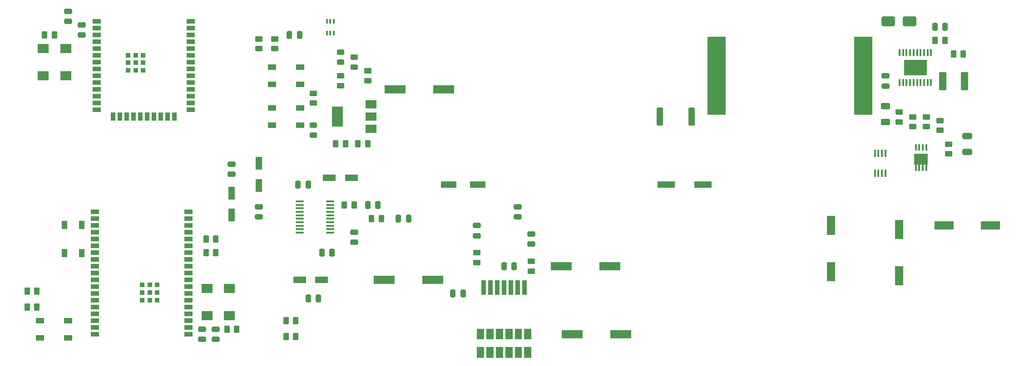
<source format=gbr>
%TF.GenerationSoftware,KiCad,Pcbnew,7.0.10*%
%TF.CreationDate,2024-02-28T12:35:52-05:00*%
%TF.ProjectId,PCB_Main_Sandbox,5043425f-4d61-4696-9e5f-53616e64626f,rev?*%
%TF.SameCoordinates,Original*%
%TF.FileFunction,Paste,Top*%
%TF.FilePolarity,Positive*%
%FSLAX46Y46*%
G04 Gerber Fmt 4.6, Leading zero omitted, Abs format (unit mm)*
G04 Created by KiCad (PCBNEW 7.0.10) date 2024-02-28 12:35:52*
%MOMM*%
%LPD*%
G01*
G04 APERTURE LIST*
G04 Aperture macros list*
%AMRoundRect*
0 Rectangle with rounded corners*
0 $1 Rounding radius*
0 $2 $3 $4 $5 $6 $7 $8 $9 X,Y pos of 4 corners*
0 Add a 4 corners polygon primitive as box body*
4,1,4,$2,$3,$4,$5,$6,$7,$8,$9,$2,$3,0*
0 Add four circle primitives for the rounded corners*
1,1,$1+$1,$2,$3*
1,1,$1+$1,$4,$5*
1,1,$1+$1,$6,$7*
1,1,$1+$1,$8,$9*
0 Add four rect primitives between the rounded corners*
20,1,$1+$1,$2,$3,$4,$5,0*
20,1,$1+$1,$4,$5,$6,$7,0*
20,1,$1+$1,$6,$7,$8,$9,0*
20,1,$1+$1,$8,$9,$2,$3,0*%
G04 Aperture macros list end*
%ADD10C,0.010000*%
%ADD11R,2.997200X1.193800*%
%ADD12RoundRect,0.250000X-0.362500X-1.425000X0.362500X-1.425000X0.362500X1.425000X-0.362500X1.425000X0*%
%ADD13R,0.304800X1.294801*%
%ADD14R,2.500000X2.000000*%
%ADD15RoundRect,0.250000X0.450000X-0.262500X0.450000X0.262500X-0.450000X0.262500X-0.450000X-0.262500X0*%
%ADD16RoundRect,0.250000X0.625000X-0.312500X0.625000X0.312500X-0.625000X0.312500X-0.625000X-0.312500X0*%
%ADD17R,3.911600X1.498600*%
%ADD18R,1.500000X0.900000*%
%ADD19R,0.900000X1.500000*%
%ADD20R,0.900000X0.900000*%
%ADD21RoundRect,0.250000X0.262500X0.450000X-0.262500X0.450000X-0.262500X-0.450000X0.262500X-0.450000X0*%
%ADD22RoundRect,0.250000X-0.450000X0.262500X-0.450000X-0.262500X0.450000X-0.262500X0.450000X0.262500X0*%
%ADD23R,1.549400X0.990600*%
%ADD24RoundRect,0.250000X0.475000X-0.250000X0.475000X0.250000X-0.475000X0.250000X-0.475000X-0.250000X0*%
%ADD25R,0.890000X2.790000*%
%ADD26RoundRect,0.250000X0.250000X0.475000X-0.250000X0.475000X-0.250000X-0.475000X0.250000X-0.475000X0*%
%ADD27RoundRect,0.243750X0.456250X-0.243750X0.456250X0.243750X-0.456250X0.243750X-0.456250X-0.243750X0*%
%ADD28RoundRect,0.250000X-0.475000X0.250000X-0.475000X-0.250000X0.475000X-0.250000X0.475000X0.250000X0*%
%ADD29R,0.439998X1.389999*%
%ADD30R,0.439998X1.389998*%
%ADD31RoundRect,0.250000X-0.262500X-0.450000X0.262500X-0.450000X0.262500X0.450000X-0.262500X0.450000X0*%
%ADD32RoundRect,0.243750X-0.456250X0.243750X-0.456250X-0.243750X0.456250X-0.243750X0.456250X0.243750X0*%
%ADD33R,2.000000X1.800000*%
%ADD34RoundRect,0.250000X-1.000000X-0.650000X1.000000X-0.650000X1.000000X0.650000X-1.000000X0.650000X0*%
%ADD35R,3.302000X1.219200*%
%ADD36R,1.498600X3.606800*%
%ADD37R,0.355600X0.876300*%
%ADD38RoundRect,0.250000X0.650000X-0.325000X0.650000X0.325000X-0.650000X0.325000X-0.650000X-0.325000X0*%
%ADD39R,0.990600X1.549400*%
%ADD40RoundRect,0.250000X-0.250000X-0.475000X0.250000X-0.475000X0.250000X0.475000X-0.250000X0.475000X0*%
%ADD41R,1.168400X2.413000*%
%ADD42RoundRect,0.100000X0.637500X0.100000X-0.637500X0.100000X-0.637500X-0.100000X0.637500X-0.100000X0*%
%ADD43R,3.606800X1.498600*%
%ADD44R,2.413000X1.168400*%
%ADD45R,2.000000X1.500000*%
%ADD46R,2.000000X3.800000*%
%ADD47O,0.349999X1.400000*%
%ADD48R,4.199999X2.999999*%
%ADD49R,3.352800X14.554200*%
%ADD50RoundRect,0.249999X0.450001X1.450001X-0.450001X1.450001X-0.450001X-1.450001X0.450001X-1.450001X0*%
G04 APERTURE END LIST*
%TO.C,U6*%
D10*
X175210000Y-75405000D02*
X173950000Y-75405000D01*
X173950000Y-73495000D01*
X175210000Y-73495000D01*
X175210000Y-75405000D01*
G36*
X175210000Y-75405000D02*
G01*
X173950000Y-75405000D01*
X173950000Y-73495000D01*
X175210000Y-73495000D01*
X175210000Y-75405000D01*
G37*
X175210000Y-71985000D02*
X173950000Y-71985000D01*
X173950000Y-70075000D01*
X175210000Y-70075000D01*
X175210000Y-71985000D01*
G36*
X175210000Y-71985000D02*
G01*
X173950000Y-71985000D01*
X173950000Y-70075000D01*
X175210000Y-70075000D01*
X175210000Y-71985000D01*
G37*
X173450000Y-75405000D02*
X172190000Y-75405000D01*
X172190000Y-73495000D01*
X173450000Y-73495000D01*
X173450000Y-75405000D01*
G36*
X173450000Y-75405000D02*
G01*
X172190000Y-75405000D01*
X172190000Y-73495000D01*
X173450000Y-73495000D01*
X173450000Y-75405000D01*
G37*
X173450000Y-71985000D02*
X172190000Y-71985000D01*
X172190000Y-70075000D01*
X173450000Y-70075000D01*
X173450000Y-71985000D01*
G36*
X173450000Y-71985000D02*
G01*
X172190000Y-71985000D01*
X172190000Y-70075000D01*
X173450000Y-70075000D01*
X173450000Y-71985000D01*
G37*
X171690000Y-75405000D02*
X170430000Y-75405000D01*
X170430000Y-73495000D01*
X171690000Y-73495000D01*
X171690000Y-75405000D01*
G36*
X171690000Y-75405000D02*
G01*
X170430000Y-75405000D01*
X170430000Y-73495000D01*
X171690000Y-73495000D01*
X171690000Y-75405000D01*
G37*
X171690000Y-71985000D02*
X170430000Y-71985000D01*
X170430000Y-70075000D01*
X171690000Y-70075000D01*
X171690000Y-71985000D01*
G36*
X171690000Y-71985000D02*
G01*
X170430000Y-71985000D01*
X170430000Y-70075000D01*
X171690000Y-70075000D01*
X171690000Y-71985000D01*
G37*
X169930000Y-75405000D02*
X168670000Y-75405000D01*
X168670000Y-73495000D01*
X169930000Y-73495000D01*
X169930000Y-75405000D01*
G36*
X169930000Y-75405000D02*
G01*
X168670000Y-75405000D01*
X168670000Y-73495000D01*
X169930000Y-73495000D01*
X169930000Y-75405000D01*
G37*
X169930000Y-71985000D02*
X168670000Y-71985000D01*
X168670000Y-70075000D01*
X169930000Y-70075000D01*
X169930000Y-71985000D01*
G36*
X169930000Y-71985000D02*
G01*
X168670000Y-71985000D01*
X168670000Y-70075000D01*
X169930000Y-70075000D01*
X169930000Y-71985000D01*
G37*
X168170000Y-75405000D02*
X166910000Y-75405000D01*
X166910000Y-73495000D01*
X168170000Y-73495000D01*
X168170000Y-75405000D01*
G36*
X168170000Y-75405000D02*
G01*
X166910000Y-75405000D01*
X166910000Y-73495000D01*
X168170000Y-73495000D01*
X168170000Y-75405000D01*
G37*
X168170000Y-71985000D02*
X166910000Y-71985000D01*
X166910000Y-70075000D01*
X168170000Y-70075000D01*
X168170000Y-71985000D01*
G36*
X168170000Y-71985000D02*
G01*
X166910000Y-71985000D01*
X166910000Y-70075000D01*
X168170000Y-70075000D01*
X168170000Y-71985000D01*
G37*
X166410000Y-75405000D02*
X165150000Y-75405000D01*
X165150000Y-73495000D01*
X166410000Y-73495000D01*
X166410000Y-75405000D01*
G36*
X166410000Y-75405000D02*
G01*
X165150000Y-75405000D01*
X165150000Y-73495000D01*
X166410000Y-73495000D01*
X166410000Y-75405000D01*
G37*
X166410000Y-71985000D02*
X165150000Y-71985000D01*
X165150000Y-70075000D01*
X166410000Y-70075000D01*
X166410000Y-71985000D01*
G36*
X166410000Y-71985000D02*
G01*
X165150000Y-71985000D01*
X165150000Y-70075000D01*
X166410000Y-70075000D01*
X166410000Y-71985000D01*
G37*
%TD*%
D11*
%TO.C,Cb1*%
X165265100Y-43180000D03*
X159854900Y-43180000D03*
%TD*%
D12*
%TO.C,Rsense1*%
X199259600Y-30480000D03*
X205184600Y-30480000D03*
%TD*%
D13*
%TO.C,M2*%
X248917099Y-36207401D03*
X248267101Y-36207401D03*
X247617099Y-36207401D03*
X246967101Y-36207401D03*
X246967101Y-40000000D03*
X247617099Y-40000000D03*
X248267101Y-40000000D03*
X248917099Y-40000000D03*
D14*
X247942100Y-38431000D03*
%TD*%
D15*
%TO.C,R11*%
X124460000Y-17780000D03*
X124460000Y-15955000D03*
%TD*%
D16*
%TO.C,Rvin1*%
X241300000Y-31460001D03*
X241300000Y-28535001D03*
%TD*%
D17*
%TO.C,C3b1*%
X182880000Y-71120000D03*
X191973200Y-71120000D03*
%TD*%
D18*
%TO.C,U2*%
X94260000Y-12700000D03*
X94260000Y-13970000D03*
X94260000Y-15240000D03*
X94260000Y-16510000D03*
X94260000Y-17780000D03*
X94260000Y-19050000D03*
X94260000Y-20320000D03*
X94260000Y-21590000D03*
X94260000Y-22860000D03*
X94260000Y-24130000D03*
X94260000Y-25400000D03*
X94260000Y-26670000D03*
X94260000Y-27940000D03*
X94260000Y-29210000D03*
D19*
X97290000Y-30460000D03*
X98560000Y-30460000D03*
X99830000Y-30460000D03*
X101100000Y-30460000D03*
X102370000Y-30460000D03*
X103640000Y-30460000D03*
X104910000Y-30460000D03*
X106180000Y-30460000D03*
X107450000Y-30460000D03*
X108720000Y-30460000D03*
D18*
X111760000Y-29210000D03*
X111760000Y-27940000D03*
X111760000Y-26670000D03*
X111760000Y-25400000D03*
X111760000Y-24130000D03*
X111760000Y-22860000D03*
X111760000Y-21590000D03*
X111760000Y-20320000D03*
X111760000Y-19050000D03*
X111760000Y-17780000D03*
X111760000Y-16510000D03*
X111760000Y-15240000D03*
X111760000Y-13970000D03*
X111760000Y-12700000D03*
D20*
X100110000Y-19020000D03*
X100110000Y-19020000D03*
X100110000Y-20420000D03*
X100110000Y-21820000D03*
X100110000Y-21820000D03*
X101510000Y-19020000D03*
X101510000Y-20420000D03*
X101510000Y-21820000D03*
X101510000Y-21820000D03*
X102910000Y-19020000D03*
X102910000Y-20420000D03*
X102910000Y-21820000D03*
%TD*%
D21*
%TO.C,R18*%
X116470000Y-53340000D03*
X114645000Y-53340000D03*
%TD*%
D22*
%TO.C,R21*%
X139700000Y-22860000D03*
X139700000Y-24685000D03*
%TD*%
D17*
%TO.C,C0R1*%
X156946600Y-60960000D03*
X147853400Y-60960000D03*
%TD*%
D23*
%TO.C,SW1*%
X132165001Y-24459999D03*
X126914999Y-24459999D03*
X132165001Y-21260001D03*
X126914999Y-21260001D03*
%TD*%
D24*
%TO.C,C7*%
X88900000Y-12700000D03*
X88900000Y-10800000D03*
%TD*%
D23*
%TO.C,SW4*%
X83649998Y-68580000D03*
X88900000Y-68580000D03*
X83649998Y-71779998D03*
X88900000Y-71779998D03*
%TD*%
D22*
%TO.C,Rfbb1*%
X253087500Y-35627501D03*
X253087500Y-37452501D03*
%TD*%
D15*
%TO.C,Ruvt1*%
X243840000Y-31460001D03*
X243840000Y-29635001D03*
%TD*%
D25*
%TO.C,U6*%
X173990000Y-62390000D03*
X172720000Y-62390000D03*
X171450000Y-62390000D03*
X170180000Y-62390000D03*
X168910000Y-62390000D03*
X167640000Y-62390000D03*
X166370000Y-62390000D03*
%TD*%
D22*
%TO.C,R1*%
X144780000Y-21947500D03*
X144780000Y-23772500D03*
%TD*%
D24*
%TO.C,C22*%
X124460000Y-49210000D03*
X124460000Y-47310000D03*
%TD*%
D21*
%TO.C,R19*%
X116470000Y-55880000D03*
X114645000Y-55880000D03*
%TD*%
D17*
%TO.C,C6*%
X149860000Y-25400000D03*
X158953200Y-25400000D03*
%TD*%
D26*
%TO.C,Csc1*%
X172080000Y-58420000D03*
X170180000Y-58420000D03*
%TD*%
D22*
%TO.C,Ruvb1*%
X246380000Y-30547501D03*
X246380000Y-32372501D03*
%TD*%
D24*
%TO.C,CsnL1*%
X175260000Y-54290000D03*
X175260000Y-52390000D03*
%TD*%
D27*
%TO.C,D7*%
X139700000Y-20320000D03*
X139700000Y-18445000D03*
%TD*%
D28*
%TO.C,C17*%
X113930000Y-70170000D03*
X113930000Y-72070000D03*
%TD*%
D29*
%TO.C,M1*%
X239349999Y-41046999D03*
X240000000Y-41046999D03*
X240649999Y-41046999D03*
X241300000Y-41046999D03*
X241300000Y-37356999D03*
X240650002Y-37356999D03*
X240000000Y-37356999D03*
D30*
X239350002Y-37356999D03*
%TD*%
D15*
%TO.C,RsnL1*%
X175260000Y-59332500D03*
X175260000Y-57507500D03*
%TD*%
D26*
%TO.C,C26*%
X138110000Y-55880000D03*
X136210000Y-55880000D03*
%TD*%
D21*
%TO.C,R2*%
X86360000Y-15240000D03*
X84535000Y-15240000D03*
%TD*%
D31*
%TO.C,Rslope1*%
X250547500Y-16220001D03*
X252372500Y-16220001D03*
%TD*%
D32*
%TO.C,D6*%
X134620000Y-32082500D03*
X134620000Y-33957500D03*
%TD*%
D33*
%TO.C,Y1*%
X84260000Y-17780000D03*
X84260000Y-22860000D03*
X88460000Y-22860000D03*
X88460000Y-17780000D03*
%TD*%
D34*
%TO.C,Dbst1*%
X241840000Y-12700000D03*
X245840000Y-12700000D03*
%TD*%
D31*
%TO.C,R23*%
X140415000Y-46960000D03*
X142240000Y-46960000D03*
%TD*%
D24*
%TO.C,C23*%
X119380000Y-41264800D03*
X119380000Y-39364800D03*
%TD*%
D35*
%TO.C,Cin1*%
X200393300Y-43180000D03*
X207302100Y-43180000D03*
%TD*%
D36*
%TO.C,Cout3*%
X243840000Y-60185300D03*
X243840000Y-51574700D03*
%TD*%
D28*
%TO.C,C15*%
X116470000Y-70170000D03*
X116470000Y-72070000D03*
%TD*%
D37*
%TO.C,Q3*%
X137160000Y-14922500D03*
X137809986Y-14922500D03*
X138459972Y-14922500D03*
X138459972Y-12700000D03*
X137809986Y-12700000D03*
X137160000Y-12700000D03*
%TD*%
D26*
%TO.C,C25*%
X133675000Y-43180000D03*
X131775000Y-43180000D03*
%TD*%
D31*
%TO.C,Rcomp1*%
X254000000Y-18760001D03*
X255825000Y-18760001D03*
%TD*%
%TO.C,R17*%
X142955000Y-35560000D03*
X144780000Y-35560000D03*
%TD*%
D38*
%TO.C,Coutx1*%
X256540000Y-37035000D03*
X256540000Y-34085000D03*
%TD*%
D15*
%TO.C,Rfbt1*%
X251460000Y-33020000D03*
X251460000Y-31195000D03*
%TD*%
D39*
%TO.C,SW3*%
X91440000Y-50714999D03*
X91440000Y-55965001D03*
X88240002Y-50714999D03*
X88240002Y-55965001D03*
%TD*%
D40*
%TO.C,C31*%
X144780000Y-46960000D03*
X146680000Y-46960000D03*
%TD*%
D24*
%TO.C,Cvin1*%
X241300000Y-24760000D03*
X241300000Y-22860000D03*
%TD*%
D31*
%TO.C,R24*%
X129540000Y-68580000D03*
X131365000Y-68580000D03*
%TD*%
D33*
%TO.C,Y2*%
X119010000Y-67630000D03*
X119010000Y-62550000D03*
X114810000Y-62550000D03*
X114810000Y-67630000D03*
%TD*%
D41*
%TO.C,C21*%
X124460000Y-39207400D03*
X124460000Y-43322200D03*
%TD*%
D15*
%TO.C,R12*%
X127410000Y-17780000D03*
X127410000Y-15955000D03*
%TD*%
D21*
%TO.C,R37*%
X83105000Y-66040000D03*
X81280000Y-66040000D03*
%TD*%
D15*
%TO.C,RsnR1*%
X165100000Y-57705000D03*
X165100000Y-55880000D03*
%TD*%
D17*
%TO.C,C0L1*%
X180873400Y-58420000D03*
X189966600Y-58420000D03*
%TD*%
D42*
%TO.C,U7*%
X137805000Y-52160000D03*
X137805000Y-51510000D03*
X137805000Y-50860000D03*
X137805000Y-50210000D03*
X137805000Y-49560000D03*
X137805000Y-48910000D03*
X137805000Y-48260000D03*
X137805000Y-47610000D03*
X137805000Y-46960000D03*
X137805000Y-46310000D03*
X132080000Y-46310000D03*
X132080000Y-46960000D03*
X132080000Y-47610000D03*
X132080000Y-48260000D03*
X132080000Y-48910000D03*
X132080000Y-49560000D03*
X132080000Y-50210000D03*
X132080000Y-50860000D03*
X132080000Y-51510000D03*
X132080000Y-52160000D03*
%TD*%
D43*
%TO.C,Cout2*%
X260845300Y-50800000D03*
X252234700Y-50800000D03*
%TD*%
D44*
%TO.C,C28*%
X132080000Y-60960000D03*
X136194800Y-60960000D03*
%TD*%
D45*
%TO.C,U3*%
X145390000Y-32780000D03*
X145390000Y-30480000D03*
D46*
X139090000Y-30480000D03*
D45*
X145390000Y-28180000D03*
%TD*%
D40*
%TO.C,CiR1*%
X160660000Y-63500000D03*
X162560000Y-63500000D03*
%TD*%
D47*
%TO.C,U4*%
X243955002Y-24100000D03*
X244605003Y-24100000D03*
X245255001Y-24100000D03*
X245905003Y-24100000D03*
X246555001Y-24100000D03*
X247205003Y-24100000D03*
X247855001Y-24100000D03*
X248505003Y-24100000D03*
X249155001Y-24100000D03*
X249805002Y-24100000D03*
X249805002Y-18500002D03*
X249155001Y-18500002D03*
X248505003Y-18500002D03*
X247855001Y-18500002D03*
X247205003Y-18500002D03*
X246555001Y-18500002D03*
X245905003Y-18500002D03*
X245255001Y-18500002D03*
X244605003Y-18500002D03*
X243955002Y-18500002D03*
D48*
X246880002Y-21300001D03*
%TD*%
D24*
%TO.C,CsnR2*%
X165100000Y-52700000D03*
X165100000Y-50800000D03*
%TD*%
D26*
%TO.C,C27*%
X135570000Y-64450000D03*
X133670000Y-64450000D03*
%TD*%
D24*
%TO.C,C24*%
X142240000Y-53940000D03*
X142240000Y-52040000D03*
%TD*%
D28*
%TO.C,CiL1*%
X172720000Y-47310000D03*
X172720000Y-49210000D03*
%TD*%
D24*
%TO.C,C9*%
X91440000Y-15240000D03*
X91440000Y-13340000D03*
%TD*%
D40*
%TO.C,Cres1*%
X250510000Y-13680001D03*
X252410000Y-13680001D03*
%TD*%
D49*
%TO.C,L1*%
X209842100Y-22860000D03*
X237197900Y-22860000D03*
%TD*%
D22*
%TO.C,Rt1*%
X248920000Y-30547501D03*
X248920000Y-32372501D03*
%TD*%
D40*
%TO.C,C30*%
X150500000Y-49500000D03*
X152400000Y-49500000D03*
%TD*%
D27*
%TO.C,D1*%
X142240000Y-21257500D03*
X142240000Y-19382500D03*
%TD*%
D31*
%TO.C,R22*%
X145495000Y-49500000D03*
X147320000Y-49500000D03*
%TD*%
%TO.C,TH1*%
X138787500Y-35560000D03*
X140612500Y-35560000D03*
%TD*%
D50*
%TO.C,Ccomp1*%
X256050000Y-23840001D03*
X251950000Y-23840001D03*
%TD*%
D23*
%TO.C,SW2*%
X132165001Y-32079999D03*
X126914999Y-32079999D03*
X132165001Y-28880001D03*
X126914999Y-28880001D03*
%TD*%
D41*
%TO.C,C20*%
X119380000Y-48884800D03*
X119380000Y-44770000D03*
%TD*%
D21*
%TO.C,R36*%
X83105000Y-63090000D03*
X81280000Y-63090000D03*
%TD*%
D31*
%TO.C,R3*%
X118537500Y-70170000D03*
X120362500Y-70170000D03*
%TD*%
D18*
%TO.C,U5*%
X111390000Y-71120000D03*
X111390000Y-69850000D03*
X111390000Y-68580000D03*
X111390000Y-67310000D03*
X111390000Y-66040000D03*
X111390000Y-64770000D03*
X111390000Y-63500000D03*
X111390000Y-62230000D03*
X111390000Y-60960000D03*
X111390000Y-59690000D03*
X111390000Y-58420000D03*
X111390000Y-57150000D03*
X111390000Y-55880000D03*
X111390000Y-54610000D03*
X111390000Y-53340000D03*
X111390000Y-52070000D03*
X111390000Y-50800000D03*
X111390000Y-49530000D03*
X111390000Y-48260000D03*
X93890000Y-48260000D03*
X93890000Y-49530000D03*
X93890000Y-50800000D03*
X93890000Y-52070000D03*
X93890000Y-53340000D03*
X93890000Y-54610000D03*
X93890000Y-55880000D03*
X93890000Y-57150000D03*
X93890000Y-58420000D03*
X93890000Y-59690000D03*
X93890000Y-60960000D03*
X93890000Y-62230000D03*
X93890000Y-63500000D03*
X93890000Y-64770000D03*
X93890000Y-66040000D03*
X93890000Y-67310000D03*
X93890000Y-68580000D03*
X93890000Y-69850000D03*
X93890000Y-71120000D03*
D20*
X105545000Y-64725000D03*
X105540000Y-63325000D03*
X105540000Y-61925000D03*
X104140000Y-64725000D03*
X104140000Y-63325000D03*
X104140000Y-61925000D03*
X102740000Y-64725000D03*
X102740000Y-63325000D03*
X102740000Y-61925000D03*
%TD*%
D15*
%TO.C,R16*%
X134620000Y-27940000D03*
X134620000Y-26115000D03*
%TD*%
D44*
%TO.C,C29*%
X141757400Y-41880000D03*
X137642600Y-41880000D03*
%TD*%
D36*
%TO.C,Cout1*%
X231140000Y-59410600D03*
X231140000Y-50800000D03*
%TD*%
D31*
%TO.C,R25*%
X129540000Y-71530000D03*
X131365000Y-71530000D03*
%TD*%
D40*
%TO.C,CsnR1*%
X130180000Y-15240000D03*
X132080000Y-15240000D03*
%TD*%
M02*

</source>
